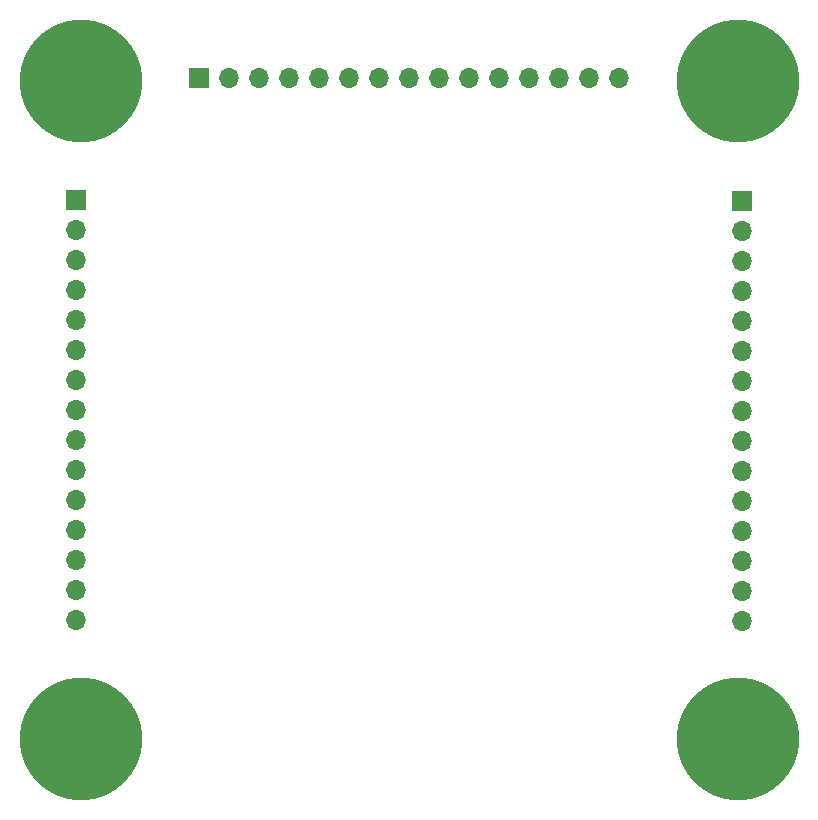
<source format=gbr>
%TF.GenerationSoftware,KiCad,Pcbnew,7.0.7*%
%TF.CreationDate,2024-02-10T01:20:28+05:30*%
%TF.ProjectId,Sensor_Stack,53656e73-6f72-45f5-9374-61636b2e6b69,rev?*%
%TF.SameCoordinates,Original*%
%TF.FileFunction,Soldermask,Bot*%
%TF.FilePolarity,Negative*%
%FSLAX46Y46*%
G04 Gerber Fmt 4.6, Leading zero omitted, Abs format (unit mm)*
G04 Created by KiCad (PCBNEW 7.0.7) date 2024-02-10 01:20:28*
%MOMM*%
%LPD*%
G01*
G04 APERTURE LIST*
%ADD10R,1.700000X1.700000*%
%ADD11O,1.700000X1.700000*%
%ADD12C,10.400000*%
G04 APERTURE END LIST*
D10*
%TO.C,U6*%
X153574400Y-60396200D03*
D11*
X153574400Y-62936200D03*
X153574400Y-65476200D03*
X153574400Y-68016200D03*
X153574400Y-70556200D03*
X153574400Y-73096200D03*
X153574400Y-75636200D03*
X153574400Y-78176200D03*
X153574400Y-80716200D03*
X153574400Y-83256200D03*
X153574400Y-85796200D03*
X153574400Y-88336200D03*
X153574400Y-90876200D03*
X153574400Y-93416200D03*
X153574400Y-95956200D03*
X97174400Y-95926200D03*
X97174400Y-93386200D03*
X97174400Y-90846200D03*
X97174400Y-88306200D03*
X97174400Y-85766200D03*
X97174400Y-83226200D03*
X97174400Y-80686200D03*
X97174400Y-78146200D03*
X97174400Y-75606200D03*
X97174400Y-73066200D03*
X97174400Y-70526200D03*
X97174400Y-67986200D03*
X97174400Y-65446200D03*
X97174400Y-62906200D03*
D10*
X97174400Y-60366200D03*
X107599400Y-49981200D03*
D11*
X110139400Y-49981200D03*
X112679400Y-49981200D03*
X115219400Y-49981200D03*
X117759400Y-49981200D03*
X120299400Y-49981200D03*
X122839400Y-49981200D03*
X125379400Y-49981200D03*
X127919400Y-49981200D03*
X130459400Y-49981200D03*
X132999400Y-49981200D03*
X135539400Y-49981200D03*
X138079400Y-49981200D03*
X140619400Y-49981200D03*
X143159400Y-49981200D03*
D12*
X153174400Y-105981200D03*
X97574400Y-105981200D03*
X97574400Y-50281200D03*
X153174400Y-50296200D03*
%TD*%
M02*

</source>
